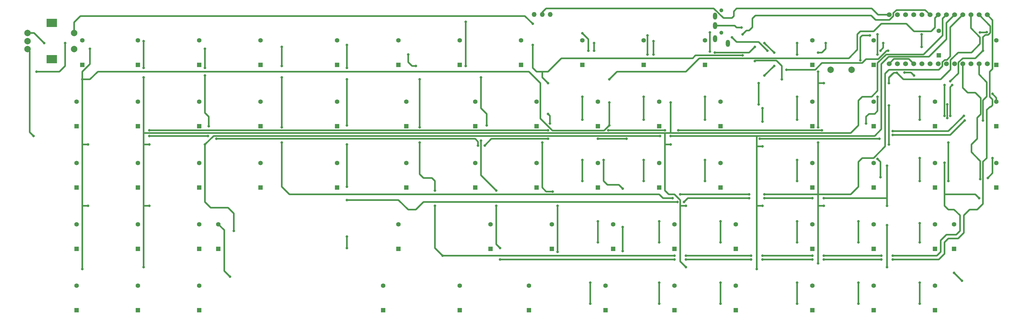
<source format=gtl>
G04 #@! TF.GenerationSoftware,KiCad,Pcbnew,(6.0.0)*
G04 #@! TF.CreationDate,2022-01-02T20:35:14+09:00*
G04 #@! TF.ProjectId,TwENkey,5477454e-6b65-4792-9e6b-696361645f70,rev?*
G04 #@! TF.SameCoordinates,Original*
G04 #@! TF.FileFunction,Copper,L1,Top*
G04 #@! TF.FilePolarity,Positive*
%FSLAX46Y46*%
G04 Gerber Fmt 4.6, Leading zero omitted, Abs format (unit mm)*
G04 Created by KiCad (PCBNEW (6.0.0)) date 2022-01-02 20:35:14*
%MOMM*%
%LPD*%
G01*
G04 APERTURE LIST*
G04 #@! TA.AperFunction,ComponentPad*
%ADD10O,1.300000X2.200000*%
G04 #@! TD*
G04 #@! TA.AperFunction,WasherPad*
%ADD11C,1.210000*%
G04 #@! TD*
G04 #@! TA.AperFunction,ComponentPad*
%ADD12C,2.000000*%
G04 #@! TD*
G04 #@! TA.AperFunction,ComponentPad*
%ADD13R,3.200000X2.500000*%
G04 #@! TD*
G04 #@! TA.AperFunction,ComponentPad*
%ADD14R,1.397000X1.397000*%
G04 #@! TD*
G04 #@! TA.AperFunction,ComponentPad*
%ADD15C,1.397000*%
G04 #@! TD*
G04 #@! TA.AperFunction,ComponentPad*
%ADD16C,1.524000*%
G04 #@! TD*
G04 #@! TA.AperFunction,ComponentPad*
%ADD17O,1.500000X1.500000*%
G04 #@! TD*
G04 #@! TA.AperFunction,ViaPad*
%ADD18C,0.800000*%
G04 #@! TD*
G04 #@! TA.AperFunction,Conductor*
%ADD19C,0.500000*%
G04 #@! TD*
G04 APERTURE END LIST*
D10*
X234636520Y-23814824D03*
X234636520Y-20814824D03*
X238636520Y-29314824D03*
X234636520Y-27814824D03*
D11*
X236636520Y-19014824D03*
X236636520Y-26014824D03*
D12*
X21075000Y-26075000D03*
X21075000Y-31075000D03*
X21075000Y-28575000D03*
D13*
X28575000Y-22975000D03*
X28575000Y-34175000D03*
D12*
X35575000Y-31075000D03*
X35575000Y-26075000D03*
D14*
X308967447Y-93106950D03*
D15*
X308967447Y-85486950D03*
D14*
X183951717Y-93106950D03*
D15*
X183951717Y-85486950D03*
D14*
X200620481Y-112156966D03*
D15*
X200620481Y-104536966D03*
D14*
X138707929Y-74056934D03*
D15*
X138707929Y-66436934D03*
D14*
X222051749Y-112156966D03*
D15*
X222051749Y-104536966D03*
D12*
X270593980Y-37504719D03*
X277093980Y-37504719D03*
D14*
X303014317Y-93106950D03*
D15*
X303014317Y-85486950D03*
D14*
X303014317Y-74056934D03*
D15*
X303014317Y-66436934D03*
D14*
X193476725Y-35956902D03*
D15*
X193476725Y-28336902D03*
D14*
X236339261Y-74056934D03*
D15*
X236339261Y-66436934D03*
D14*
X93464141Y-74056934D03*
D15*
X93464141Y-66436934D03*
D14*
X264914285Y-74056934D03*
D15*
X264914285Y-66436934D03*
D14*
X74414125Y-55006918D03*
D15*
X74414125Y-47386918D03*
D14*
X264914285Y-112156966D03*
D15*
X264914285Y-104536966D03*
D14*
X93464141Y-55006918D03*
D15*
X93464141Y-47386918D03*
D14*
X55364109Y-93106950D03*
D15*
X55364109Y-85486950D03*
D14*
X179189213Y-74056934D03*
D15*
X179189213Y-66436934D03*
D14*
X283964301Y-35956902D03*
D15*
X283964301Y-28336902D03*
D14*
X231576757Y-35956902D03*
D15*
X231576757Y-28336902D03*
D14*
X198239229Y-74056934D03*
D15*
X198239229Y-66436934D03*
D14*
X303014317Y-55006918D03*
D15*
X303014317Y-47386918D03*
D14*
X212526741Y-35956902D03*
D15*
X212526741Y-28336902D03*
D14*
X160139197Y-74056934D03*
D15*
X160139197Y-66436934D03*
D14*
X236339261Y-55006918D03*
D15*
X236339261Y-47386918D03*
D14*
X55364109Y-74056934D03*
D15*
X55364109Y-66436934D03*
D14*
X80367255Y-93106950D03*
D15*
X80367255Y-85486950D03*
D14*
X136326677Y-93106950D03*
D15*
X136326677Y-85486950D03*
D16*
X288750630Y-35636111D03*
X288750630Y-20416111D03*
X291290630Y-20416111D03*
X293830630Y-20416111D03*
X296370630Y-20416111D03*
X298910630Y-20416111D03*
X301450630Y-20416111D03*
X303990630Y-20416111D03*
X306530630Y-20416111D03*
X309070630Y-20416111D03*
X311610630Y-20416111D03*
X314150630Y-20416111D03*
X316690630Y-20416111D03*
X319230630Y-20416111D03*
X319230630Y-35636111D03*
X316690630Y-35636111D03*
X314150630Y-35636111D03*
X311610630Y-35636111D03*
X309070630Y-35636111D03*
X306530630Y-35636111D03*
X303990630Y-35636111D03*
X301450630Y-35636111D03*
X298910630Y-35636111D03*
X296370630Y-35636111D03*
X293830630Y-35636111D03*
X291290630Y-35636111D03*
D14*
X304204943Y-32980337D03*
D15*
X304204943Y-25360337D03*
D14*
X74414125Y-35956902D03*
D15*
X74414125Y-28336902D03*
D14*
X241101765Y-112156966D03*
D15*
X241101765Y-104536966D03*
D14*
X303014317Y-112156966D03*
D15*
X303014317Y-104536966D03*
X36314093Y-47386918D03*
D14*
X36314093Y-55006918D03*
X264914285Y-55006918D03*
D15*
X264914285Y-47386918D03*
D14*
X322064333Y-35956902D03*
D15*
X322064333Y-28336902D03*
D14*
X322064333Y-55006918D03*
D15*
X322064333Y-47386918D03*
D14*
X283964301Y-74056934D03*
D15*
X283964301Y-66436934D03*
D14*
X138707929Y-55006918D03*
D15*
X138707929Y-47386918D03*
D14*
X155376693Y-35956902D03*
D15*
X155376693Y-28336902D03*
D14*
X117276661Y-74056934D03*
D15*
X117276661Y-66436934D03*
D14*
X217289245Y-55006918D03*
D15*
X217289245Y-47386918D03*
D14*
X164901701Y-93106950D03*
D15*
X164901701Y-85486950D03*
D14*
X264914285Y-93106950D03*
D15*
X264914285Y-85486950D03*
D14*
X117276661Y-35956902D03*
D15*
X117276661Y-28336902D03*
D14*
X74414125Y-74056934D03*
D15*
X74414125Y-66436934D03*
X38100032Y-28336902D03*
D14*
X38100032Y-35956902D03*
D15*
X36314093Y-66436934D03*
D14*
X36314093Y-74056934D03*
X217289245Y-74056934D03*
D15*
X217289245Y-66436934D03*
D14*
X283964301Y-112156966D03*
D15*
X283964301Y-104536966D03*
D14*
X283964301Y-55006918D03*
D15*
X283964301Y-47386918D03*
D14*
X74414125Y-112156966D03*
D15*
X74414125Y-104536966D03*
D14*
X160139197Y-55006918D03*
D15*
X160139197Y-47386918D03*
D14*
X55364109Y-112156966D03*
D15*
X55364109Y-104536966D03*
D14*
X241101765Y-93106950D03*
D15*
X241101765Y-85486950D03*
D14*
X203001733Y-93106950D03*
D15*
X203001733Y-85486950D03*
D14*
X322064333Y-74056934D03*
D15*
X322064333Y-66436934D03*
D14*
X93464141Y-35956902D03*
D15*
X93464141Y-28336902D03*
D14*
X198239229Y-55006918D03*
D15*
X198239229Y-47386918D03*
D14*
X174426709Y-35956902D03*
D15*
X174426709Y-28336902D03*
D14*
X55364109Y-55006918D03*
D15*
X55364109Y-47386918D03*
D14*
X179189213Y-55006918D03*
D15*
X179189213Y-47386918D03*
D14*
X74414125Y-93106950D03*
D15*
X74414125Y-85486950D03*
D17*
X180975152Y-20290642D03*
X183475152Y-20290642D03*
X178475152Y-20290642D03*
D14*
X136326677Y-35956902D03*
D15*
X136326677Y-28336902D03*
D14*
X55364109Y-35956902D03*
D15*
X55364109Y-28336902D03*
D14*
X264914285Y-35956902D03*
D15*
X264914285Y-28336902D03*
D14*
X131564173Y-112156966D03*
D15*
X131564173Y-104536966D03*
X36314093Y-85486950D03*
D14*
X36314093Y-93106950D03*
X222051749Y-93106950D03*
D15*
X222051749Y-85486950D03*
D14*
X283964301Y-93106950D03*
D15*
X283964301Y-85486950D03*
X36314093Y-104536966D03*
D14*
X36314093Y-112156966D03*
X117276661Y-55006918D03*
D15*
X117276661Y-47386918D03*
D14*
X176807961Y-112156966D03*
D15*
X176807961Y-104536966D03*
D14*
X155376693Y-112156966D03*
D15*
X155376693Y-104536966D03*
D18*
X239910736Y-27384352D03*
X243184952Y-26491384D03*
X243184952Y-33039816D03*
X233064648Y-31849192D03*
X233064648Y-25896072D03*
X250924008Y-31551536D03*
X256877128Y-37504656D03*
X266699776Y-38099968D03*
X286047416Y-31551536D03*
X288428664Y-31551536D03*
X234553322Y-32146902D03*
X319081856Y-25791002D03*
X317003640Y-25896072D03*
X247054895Y-30360963D03*
X320829700Y-44946056D03*
X305990882Y-42267223D03*
X305990882Y-51792231D03*
X307181508Y-60126613D03*
X307776821Y-51792231D03*
X308372134Y-42267223D03*
X307181508Y-72032873D03*
X317047642Y-71437560D03*
X83939133Y-101798523D03*
X193476725Y-26193772D03*
X195262664Y-31551589D03*
X193476725Y-52982857D03*
X193476725Y-45839101D03*
X193476725Y-72032873D03*
X193476725Y-65484430D03*
X198239229Y-84534446D03*
X198239229Y-91082889D03*
X195857977Y-110132905D03*
X195857977Y-103584462D03*
X213717367Y-26789085D03*
X213717367Y-32742215D03*
X212526741Y-45839101D03*
X212526741Y-52982857D03*
X212526741Y-72032873D03*
X212526741Y-65484430D03*
X217289245Y-84534446D03*
X217288880Y-91082736D03*
X217289245Y-103584462D03*
X217289245Y-110132905D03*
X231576757Y-52982857D03*
X231576757Y-45839101D03*
X231576757Y-65484430D03*
X231576757Y-72032873D03*
X236338864Y-91082736D03*
X236339261Y-84534446D03*
X236338864Y-110132720D03*
X236339261Y-103584462D03*
X260151781Y-29170337D03*
X260151344Y-32742160D03*
X260151781Y-45839101D03*
X260151781Y-52982857D03*
X260151781Y-65484430D03*
X260151781Y-72032873D03*
X260151344Y-91082736D03*
X260151781Y-84534446D03*
X260151344Y-110132720D03*
X260151781Y-103584462D03*
X282773200Y-26789040D03*
X279796640Y-34528096D03*
X285154448Y-45839024D03*
X281582576Y-54173392D03*
X285154448Y-65186664D03*
X286047416Y-70842128D03*
X279201328Y-91082736D03*
X279201797Y-84534446D03*
X279201328Y-110132720D03*
X279201797Y-103584462D03*
X298841248Y-26486008D03*
X298846624Y-30360912D03*
X298251813Y-45839101D03*
X298251813Y-52982857D03*
X298251813Y-72032873D03*
X298251813Y-64889117D03*
X298251312Y-91082736D03*
X298251813Y-85129759D03*
X298251813Y-103584462D03*
X298251312Y-110132720D03*
X319384888Y-71139784D03*
X320873168Y-64889008D03*
X311354074Y-102994524D03*
X308967447Y-100607897D03*
X248245521Y-48220353D03*
X248245521Y-41671910D03*
X242887704Y-24407833D03*
X296465874Y-39290658D03*
X255389277Y-40481284D03*
X247054895Y-34782341D03*
X293489309Y-38354219D03*
X267890850Y-56300548D03*
X311944012Y-51792231D03*
X201518825Y-56262453D03*
X26193772Y-29170337D03*
X289917431Y-56554735D03*
X223242375Y-56300548D03*
X219075184Y-56300548D03*
X58935987Y-56300548D03*
X182761091Y-56300548D03*
X312241144Y-53280424D03*
X161031896Y-61019480D03*
X77092904Y-58042920D03*
X163115488Y-61019480D03*
X207169023Y-58935888D03*
X198239328Y-58935888D03*
X317896608Y-53280424D03*
X248542760Y-58935888D03*
X289917431Y-57745361D03*
X79771808Y-58935888D03*
X22919512Y-58042920D03*
X182760784Y-58935888D03*
X58935888Y-58042920D03*
X285750240Y-58935987D03*
X182761091Y-51196918D03*
X184249064Y-75306968D03*
X183356404Y-54173483D03*
X23812520Y-38100032D03*
X32742215Y-29170337D03*
X177998587Y-23217207D03*
X177998587Y-29765650D03*
X182761091Y-41671910D03*
X185737656Y-79771942D03*
X185737656Y-94059454D03*
X180975152Y-60126613D03*
X201811107Y-40481284D03*
X38100032Y-99417271D03*
X205978298Y-74414125D03*
X205977952Y-93761640D03*
X205978298Y-86320385D03*
X40481284Y-30956276D03*
X197048603Y-31551589D03*
X201811107Y-47625040D03*
X197048603Y-29170337D03*
X201811107Y-54768796D03*
X200025168Y-65484430D03*
X38100032Y-40481284D03*
X39885971Y-79771942D03*
X39885971Y-60721926D03*
X57150048Y-98821958D03*
X225623627Y-98821958D03*
X57150048Y-36909406D03*
X57150048Y-28575024D03*
X58935987Y-79771942D03*
X225623627Y-79771942D03*
X220861123Y-47625040D03*
X57150048Y-39885971D03*
X215503306Y-28575024D03*
X220861123Y-60721926D03*
X215503306Y-32742215D03*
X58935987Y-60721926D03*
X250031460Y-39290658D03*
X249436147Y-79771942D03*
X76200064Y-60721926D03*
X76200064Y-30956276D03*
X249436147Y-53578170D03*
X77390560Y-55066360D03*
X85129759Y-87511011D03*
X249436147Y-49410979D03*
X249436147Y-61317239D03*
X76200064Y-36909406D03*
X247650208Y-99417271D03*
X220860752Y-58042920D03*
X253008025Y-32146902D03*
X217586536Y-58042920D03*
X253008025Y-36314093D03*
X250031460Y-29170337D03*
X76200064Y-39290658D03*
X245268956Y-76200064D03*
X100012584Y-39885971D03*
X266700224Y-60126613D03*
X266700224Y-97631332D03*
X100012584Y-60126613D03*
X100012584Y-36314093D03*
X250031460Y-76200064D03*
X269081476Y-29170337D03*
X268486163Y-41671910D03*
X100012584Y-55364109D03*
X268486163Y-79771942D03*
X223837688Y-76200064D03*
X266700224Y-32146902D03*
X221456436Y-77390690D03*
X100012584Y-30360963D03*
X266700224Y-55364109D03*
X222988188Y-78581316D03*
X286940866Y-29170337D03*
X120253226Y-89296950D03*
X245268956Y-77390690D03*
X120253226Y-60721926D03*
X120253226Y-40481284D03*
X120253226Y-36909406D03*
X264914285Y-77390690D03*
X120253226Y-54768796D03*
X288131492Y-85725072D03*
X288726805Y-41671910D03*
X291108057Y-38441158D03*
X288726805Y-48572418D03*
X288726805Y-60721926D03*
X250031460Y-77390690D03*
X225028314Y-78581316D03*
X288131492Y-79771942D03*
X120253226Y-29765650D03*
X268486163Y-77390690D03*
X120253226Y-92868828D03*
X288131492Y-98821958D03*
X120253226Y-77986003D03*
X120253226Y-73818812D03*
X288131492Y-67270369D03*
X147637624Y-79771942D03*
X139303242Y-32742215D03*
X306840382Y-48220353D03*
X286345553Y-95250080D03*
X289917431Y-95250080D03*
X245864269Y-95250080D03*
X142875120Y-40481284D03*
X305990368Y-66377288D03*
X317905479Y-31551589D03*
X150018876Y-95250080D03*
X249436147Y-95250080D03*
X142875120Y-55364109D03*
X316706516Y-77390690D03*
X225623627Y-95250080D03*
X147637376Y-75009312D03*
X142875120Y-60126613D03*
X306840382Y-52498987D03*
X307776821Y-41076597D03*
X268486163Y-95250080D03*
X141684494Y-36314093D03*
X264914285Y-95250080D03*
X222051749Y-95250080D03*
X245864269Y-96440706D03*
X166687640Y-75009438D03*
X167878266Y-96440706D03*
X161925136Y-59531300D03*
X157162368Y-36314032D03*
X225623627Y-96440706D03*
X166687640Y-79771942D03*
X289917431Y-96440706D03*
X264914285Y-96440706D03*
X222051749Y-96440706D03*
X249436147Y-96440706D03*
X163710800Y-54768704D03*
X157162632Y-22621894D03*
X268486163Y-96440706D03*
X286345553Y-96440706D03*
X167878266Y-92868828D03*
X161925136Y-39885971D03*
X285154448Y-26491384D03*
X285154448Y-32742160D03*
D19*
X237257884Y-21431232D02*
X239910736Y-21431232D01*
X234281355Y-18454703D02*
X237257884Y-21431232D01*
X180975152Y-19645329D02*
X180975152Y-20290642D01*
X182165778Y-18454703D02*
X180975152Y-19645329D01*
X234281355Y-18454703D02*
X182165778Y-18454703D01*
X240506048Y-20835920D02*
X239910736Y-21431232D01*
X240506048Y-19347640D02*
X240506048Y-20835920D01*
X241398985Y-18454703D02*
X240506048Y-19347640D01*
X283368988Y-18454703D02*
X241398985Y-18454703D01*
X285330396Y-20416111D02*
X283368988Y-18454703D01*
X288750630Y-20416111D02*
X285330396Y-20416111D01*
X241399016Y-28872632D02*
X239910736Y-27384352D01*
X248245104Y-28872632D02*
X241399016Y-28872632D01*
X246310565Y-24258739D02*
X246310565Y-21580285D01*
X245268544Y-25300760D02*
X246310565Y-24258739D01*
X244375576Y-25300760D02*
X245268544Y-25300760D01*
X227706783Y-33932841D02*
X228599808Y-33039816D01*
X247228809Y-20662041D02*
X246310565Y-21580285D01*
X228599808Y-33039816D02*
X243184952Y-33039816D01*
X243184952Y-26491384D02*
X244375576Y-25300760D01*
X226218940Y-33932841D02*
X227706783Y-33932841D01*
X233064648Y-25896072D02*
X233064648Y-31849192D01*
X240801360Y-23814824D02*
X234636520Y-23814824D01*
X240803704Y-23812480D02*
X240801360Y-23814824D01*
X241399057Y-24407833D02*
X240803704Y-23812480D01*
X242887704Y-24407833D02*
X241399057Y-24407833D01*
X250924008Y-31551536D02*
X248245104Y-28872632D01*
X265806808Y-37504656D02*
X256877128Y-37504656D01*
X267890400Y-35421064D02*
X265806808Y-37504656D01*
X280391952Y-35421064D02*
X267890400Y-35421064D01*
X266699776Y-41671462D02*
X266700224Y-41671910D01*
X266699776Y-38099968D02*
X266699776Y-41671462D01*
X281582576Y-34230440D02*
X280391952Y-35421064D01*
X285355912Y-34230440D02*
X281582576Y-34230440D01*
X288034816Y-31551536D02*
X285355912Y-34230440D01*
X288428664Y-31551536D02*
X288034816Y-31551536D01*
X286940866Y-30658086D02*
X286047416Y-31551536D01*
X286940866Y-29170337D02*
X286940866Y-30658086D01*
X287833407Y-32742215D02*
X287833407Y-32743063D01*
X285154927Y-35421543D02*
X285154927Y-44053162D01*
X287833407Y-32743063D02*
X285154927Y-35421543D01*
X299442439Y-32742215D02*
X287833407Y-32742215D01*
X290245486Y-34141255D02*
X294875774Y-34141255D01*
X294875774Y-34141255D02*
X296370630Y-35636111D01*
X288750630Y-35636111D02*
X290245486Y-34141255D01*
X318976786Y-25896072D02*
X319081856Y-25791002D01*
X247054895Y-30360963D02*
X245268956Y-32146902D01*
X245268956Y-32146902D02*
X234553322Y-32146902D01*
X317003640Y-25896072D02*
X318976786Y-25896072D01*
X322064333Y-46180689D02*
X320829700Y-44946056D01*
X322064333Y-47386918D02*
X322064333Y-46180689D01*
X305990882Y-42267223D02*
X305990882Y-51792231D01*
X307181508Y-60126613D02*
X307181508Y-72032873D01*
X307745479Y-42893878D02*
X307745479Y-51760889D01*
X308372134Y-42267223D02*
X307745479Y-42893878D01*
X307745479Y-51760889D02*
X307776821Y-51792231D01*
X314325264Y-60721926D02*
X314325264Y-63103178D01*
X317197088Y-51301659D02*
X316111203Y-52387544D01*
X314325264Y-63103178D02*
X316706516Y-65484430D01*
X316111203Y-52387544D02*
X316111203Y-58935987D01*
X317197088Y-46329673D02*
X317197088Y-51301659D01*
X316111203Y-58935987D02*
X314325264Y-60721926D01*
X317047642Y-65825556D02*
X317047642Y-71437560D01*
X311610630Y-35636111D02*
X311610630Y-43124467D01*
X316706516Y-65484430D02*
X317047642Y-65825556D01*
X313134638Y-44648475D02*
X315515890Y-44648475D01*
X311610630Y-43124467D02*
X313134638Y-44648475D01*
X315515890Y-44648475D02*
X317197088Y-46329673D01*
X80367255Y-85486950D02*
X82153194Y-87272889D01*
X82153194Y-100012584D02*
X83939133Y-101798523D01*
X82153194Y-87272889D02*
X82153194Y-100012584D01*
X195262664Y-27979711D02*
X193476725Y-26193772D01*
X195262664Y-31551589D02*
X195262664Y-27979711D01*
X193476725Y-45839101D02*
X193476725Y-52982857D01*
X193476725Y-65484430D02*
X193476725Y-72032873D01*
X198239229Y-84534446D02*
X198239229Y-91082889D01*
X195857977Y-103584462D02*
X195857977Y-110132905D01*
X213717367Y-32742215D02*
X213717367Y-26789085D01*
X212526741Y-45839101D02*
X212526741Y-52982857D01*
X212526741Y-65484430D02*
X212526741Y-72032873D01*
X217289245Y-91082371D02*
X217288880Y-91082736D01*
X217289245Y-84534446D02*
X217289245Y-91082371D01*
X217289245Y-110132905D02*
X217289245Y-103584462D01*
X231576757Y-45839101D02*
X231576757Y-52982857D01*
X231576757Y-65484430D02*
X231576757Y-72032873D01*
X236338864Y-91082736D02*
X236338864Y-84534843D01*
X236338864Y-84534843D02*
X236339261Y-84534446D01*
X236339261Y-110132323D02*
X236338864Y-110132720D01*
X236339261Y-103584462D02*
X236339261Y-110132323D01*
X260151781Y-29170337D02*
X260151781Y-32741723D01*
X260151781Y-32741723D02*
X260151344Y-32742160D01*
X260151781Y-45839101D02*
X260151781Y-52982857D01*
X260151781Y-65484430D02*
X260151781Y-72032873D01*
X260151781Y-91082299D02*
X260151344Y-91082736D01*
X260151781Y-84534446D02*
X260151781Y-91082299D01*
X260151781Y-103584462D02*
X260151781Y-110132283D01*
X260151781Y-110132283D02*
X260151344Y-110132720D01*
X279796640Y-27384442D02*
X279796640Y-34528096D01*
X280392042Y-26789040D02*
X282773200Y-26789040D01*
X280391997Y-26789085D02*
X279796640Y-27384442D01*
X280391997Y-26789085D02*
X280392042Y-26789040D01*
X285154927Y-45839503D02*
X285154448Y-45839024D01*
X285154927Y-50303385D02*
X284261480Y-51196832D01*
X285154927Y-48572418D02*
X285154927Y-50303385D01*
X282475544Y-51196832D02*
X281582576Y-52089800D01*
X281582576Y-52089800D02*
X281582576Y-54173392D01*
X285154927Y-48572418D02*
X285154927Y-45839503D01*
X284261480Y-51196832D02*
X282475544Y-51196832D01*
X286047416Y-66079632D02*
X285154448Y-65186664D01*
X286047416Y-70842128D02*
X286047416Y-66079632D01*
X279201797Y-85742441D02*
X279201328Y-85742910D01*
X279201328Y-85742910D02*
X279201328Y-91082736D01*
X279201797Y-84534446D02*
X279201797Y-85742441D01*
X279201797Y-110132251D02*
X279201328Y-110132720D01*
X279201797Y-103584462D02*
X279201797Y-110132251D01*
X298846624Y-26491384D02*
X298841248Y-26486008D01*
X298846624Y-30360912D02*
X298846624Y-26491384D01*
X298251813Y-45839101D02*
X298251813Y-52982857D01*
X298251813Y-64889117D02*
X298251813Y-72032873D01*
X298251813Y-91082235D02*
X298251312Y-91082736D01*
X298251813Y-85129759D02*
X298251813Y-91082235D01*
X298251813Y-110132219D02*
X298251312Y-110132720D01*
X298251813Y-103584462D02*
X298251813Y-110132219D01*
X320873168Y-64889008D02*
X320904521Y-64920361D01*
X320904521Y-64920361D02*
X320904521Y-69620151D01*
X320904521Y-69620151D02*
X319384888Y-71139784D01*
X308967447Y-100607897D02*
X311354074Y-102994524D01*
X248245521Y-48220353D02*
X248245521Y-41671910D01*
X293489309Y-38354219D02*
X295529435Y-38354219D01*
X255389277Y-37504719D02*
X255389277Y-36314093D01*
X255389277Y-36314093D02*
X253707545Y-34632361D01*
X295529435Y-38354219D02*
X296465874Y-39290658D01*
X255389277Y-40481284D02*
X255389277Y-37504719D01*
X247204875Y-34632361D02*
X247054895Y-34782341D01*
X253707545Y-34632361D02*
X247204875Y-34632361D01*
X219075184Y-56300548D02*
X201556920Y-56300548D01*
X201556920Y-56300548D02*
X201518825Y-56262453D01*
X267890850Y-56300548D02*
X223242375Y-56300548D01*
X182761091Y-56300548D02*
X58935987Y-56300548D01*
X307181508Y-56554735D02*
X289917431Y-56554735D01*
X311944012Y-51792231D02*
X307181508Y-56554735D01*
X23098435Y-26075000D02*
X26193772Y-29170337D01*
X21075000Y-26075000D02*
X23098435Y-26075000D01*
X157460024Y-58935888D02*
X79771808Y-58935888D01*
X207169023Y-58935888D02*
X198239328Y-58935888D01*
X182760784Y-58935888D02*
X165496736Y-58935888D01*
X316690630Y-38977582D02*
X319087232Y-41374184D01*
X21728888Y-56852296D02*
X21728888Y-31728888D01*
X161031896Y-59828856D02*
X160138928Y-58935888D01*
X165496736Y-58935888D02*
X165199080Y-58935888D01*
X312241144Y-53280424D02*
X307776304Y-57745264D01*
X319087232Y-41374184D02*
X319087232Y-45822124D01*
X160138928Y-58935888D02*
X157460024Y-58935888D01*
X165199080Y-58935888D02*
X163115488Y-61019480D01*
X289917528Y-57745264D02*
X289917431Y-57745361D01*
X316690630Y-35636111D02*
X316690630Y-38977582D01*
X22919512Y-58042920D02*
X21728888Y-56852296D01*
X161031896Y-61019480D02*
X161031896Y-59828856D01*
X317896608Y-47012748D02*
X317896608Y-53280424D01*
X307776304Y-57745264D02*
X289917528Y-57745264D01*
X248542859Y-58935987D02*
X248542760Y-58935888D01*
X285750240Y-58935987D02*
X248542859Y-58935987D01*
X319087232Y-45822124D02*
X317896608Y-47012748D01*
X21728888Y-31728888D02*
X21075000Y-31075000D01*
X77092904Y-58042920D02*
X75604624Y-58042920D01*
X75604624Y-58042920D02*
X58935888Y-58042920D01*
X177998587Y-36909406D02*
X177998587Y-29765650D01*
X37504719Y-20835955D02*
X35575000Y-22765674D01*
X177998587Y-23217207D02*
X175617335Y-20835955D01*
X32742215Y-36313977D02*
X32742215Y-29170337D01*
X299989119Y-18954600D02*
X291038805Y-18954600D01*
X226218940Y-33932841D02*
X186928282Y-33932841D01*
X179189213Y-38100032D02*
X180975152Y-38100032D01*
X30956160Y-38100032D02*
X23812520Y-38100032D01*
X182761091Y-51196918D02*
X183356404Y-51792231D01*
X180975152Y-60126613D02*
X180975152Y-74116040D01*
X35575000Y-22765674D02*
X35575000Y-26075000D01*
X179189213Y-38100032D02*
X177998587Y-36909406D01*
X284559614Y-22026581D02*
X283195074Y-20662041D01*
X291038805Y-18954600D02*
X290079119Y-19914286D01*
X290079119Y-19914286D02*
X290079119Y-20800958D01*
X32742215Y-36313977D02*
X30956160Y-38100032D01*
X180975152Y-39885971D02*
X182761091Y-41671910D01*
X186928282Y-33932841D02*
X182761091Y-38100032D01*
X175617335Y-20835955D02*
X37504719Y-20835955D01*
X290079119Y-20800958D02*
X288853496Y-22026581D01*
X182166080Y-75306968D02*
X180975152Y-74116040D01*
X301450630Y-20416111D02*
X299989119Y-18954600D01*
X288853496Y-22026581D02*
X284559614Y-22026581D01*
X183356404Y-51792231D02*
X183356404Y-54173483D01*
X283195074Y-20662041D02*
X247228809Y-20662041D01*
X182761091Y-38100032D02*
X180975152Y-38100032D01*
X180975152Y-39885971D02*
X180975152Y-38100032D01*
X184249064Y-75306968D02*
X182166080Y-75306968D01*
X185737656Y-79771942D02*
X185737656Y-94059454D01*
X200025168Y-65484430D02*
X200025168Y-72032873D01*
X204192359Y-73223499D02*
X204787672Y-73223499D01*
X303990630Y-20416111D02*
X303014317Y-21392424D01*
X201811107Y-47625040D02*
X201811107Y-54768796D01*
X279796597Y-25598459D02*
X278903933Y-26491123D01*
X205977952Y-86320731D02*
X205978298Y-86320385D01*
X229790818Y-33932841D02*
X225623627Y-38100032D01*
X184101523Y-56404929D02*
X180379839Y-52683245D01*
X303014317Y-24407833D02*
X301823962Y-25598188D01*
X301823962Y-25598188D02*
X296465604Y-25598188D01*
X201811107Y-54768796D02*
X200174974Y-56404929D01*
X296465604Y-25598188D02*
X294084622Y-23217207D01*
X40481284Y-30956276D02*
X40481284Y-35718780D01*
X38100032Y-40481284D02*
X38100032Y-60721926D01*
X200025168Y-72032873D02*
X201215794Y-73223499D01*
X286345553Y-23217207D02*
X283964301Y-25598459D01*
X201215794Y-73223499D02*
X204192359Y-73223499D01*
X197048603Y-31551589D02*
X197048603Y-29170337D01*
X278903933Y-31254141D02*
X276225232Y-33932841D01*
X204787672Y-73223499D02*
X205978298Y-74414125D01*
X204192359Y-38100032D02*
X201811107Y-40481284D01*
X42862536Y-38100032D02*
X40481284Y-40481284D01*
X38100032Y-79771942D02*
X39885971Y-79771942D01*
X294084622Y-23217207D02*
X286345553Y-23217207D01*
X205977952Y-93761640D02*
X205977952Y-86320731D01*
X38100032Y-79771942D02*
X38100032Y-99417271D01*
X180379839Y-41671910D02*
X176807961Y-38100032D01*
X38100032Y-38100032D02*
X38100032Y-40481284D01*
X176807961Y-38100032D02*
X42862536Y-38100032D01*
X180379839Y-52683245D02*
X180379839Y-41671910D01*
X303014317Y-21392424D02*
X303014317Y-24407833D01*
X200174974Y-56404929D02*
X184101523Y-56404929D01*
X278903933Y-26491123D02*
X278903933Y-31254141D01*
X283964301Y-25598459D02*
X279796597Y-25598459D01*
X38100032Y-60721926D02*
X38100032Y-79771942D01*
X40481284Y-40481284D02*
X38100032Y-40481284D01*
X40481284Y-35718780D02*
X38100032Y-38100032D01*
X225623627Y-38100032D02*
X204192359Y-38100032D01*
X276225232Y-33932841D02*
X229790818Y-33932841D01*
X38100032Y-60721926D02*
X39885971Y-60721926D01*
X219075184Y-57150048D02*
X57150048Y-57150048D01*
X57150048Y-79771942D02*
X58935987Y-79771942D01*
X279201797Y-47029727D02*
X279201797Y-54768796D01*
X276820545Y-57150048D02*
X220861123Y-57150048D01*
X283368988Y-45839101D02*
X280392423Y-45839101D01*
X305395569Y-21551172D02*
X305395569Y-26789085D01*
X57150048Y-60721926D02*
X58935987Y-60721926D01*
X57150048Y-57150048D02*
X57150048Y-39885971D01*
X223837688Y-77986003D02*
X223837688Y-79771942D01*
X222051749Y-76200064D02*
X223837688Y-77986003D01*
X219075184Y-74414125D02*
X219075184Y-75009438D01*
X305395569Y-26789085D02*
X299442439Y-32742215D01*
X219075184Y-60721926D02*
X219075184Y-74414125D01*
X219075184Y-60721926D02*
X220861123Y-60721926D01*
X57150048Y-28575024D02*
X57150048Y-36909406D01*
X57150048Y-57150048D02*
X57150048Y-60721926D01*
X57150048Y-79771942D02*
X57150048Y-98821958D01*
X215503306Y-32742215D02*
X215503306Y-28575024D01*
X223837688Y-79771942D02*
X225623627Y-79771942D01*
X219075184Y-75009438D02*
X220265810Y-76200064D01*
X285154927Y-44053162D02*
X283368988Y-45839101D01*
X223837688Y-79771942D02*
X223837688Y-97036019D01*
X223837688Y-97036019D02*
X225623627Y-98821958D01*
X219075184Y-57150048D02*
X219075184Y-60721926D01*
X220861123Y-57150048D02*
X219075184Y-57150048D01*
X57150048Y-60721926D02*
X57150048Y-79771942D01*
X220861123Y-57150048D02*
X220861123Y-47625040D01*
X306530630Y-20416111D02*
X305395569Y-21551172D01*
X279201797Y-54768796D02*
X276820545Y-57150048D01*
X280392423Y-45839101D02*
X279201797Y-47029727D01*
X220265810Y-76200064D02*
X222051749Y-76200064D01*
X288622598Y-33441735D02*
X301124171Y-33441735D01*
X249436147Y-53578170D02*
X249436147Y-49410979D01*
X247650208Y-61317239D02*
X247650208Y-79771942D01*
X77986003Y-80367255D02*
X83343820Y-80367255D01*
X76200064Y-78581316D02*
X76200064Y-60721926D01*
X306586195Y-22900546D02*
X309070630Y-20416111D01*
X76200064Y-36909406D02*
X76200064Y-30956276D01*
X247650208Y-58043336D02*
X247649792Y-58042920D01*
X76200064Y-60721696D02*
X78878840Y-58042920D01*
X247650208Y-61317239D02*
X249436147Y-61317239D01*
X217586536Y-58042920D02*
X78878840Y-58042920D01*
X247650208Y-79771942D02*
X247650208Y-99417271D01*
X286345553Y-35718780D02*
X288622598Y-33441735D01*
X76200064Y-60721926D02*
X76200064Y-60721696D01*
X247650208Y-61317239D02*
X247650208Y-58043336D01*
X85129759Y-82153194D02*
X85129759Y-87511011D01*
X301124171Y-33441735D02*
X306586195Y-27979711D01*
X284262055Y-58042920D02*
X247649792Y-58042920D01*
X83343820Y-80367255D02*
X85129759Y-82153194D01*
X77390560Y-52089544D02*
X76200064Y-50899048D01*
X306586195Y-27979711D02*
X306586195Y-22900546D01*
X286345553Y-55959422D02*
X284262055Y-58042920D01*
X250031460Y-39290658D02*
X253008025Y-36314093D01*
X247650208Y-79771942D02*
X249436147Y-79771942D01*
X76200064Y-50899048D02*
X76200064Y-39290658D01*
X286345553Y-55959422D02*
X286345553Y-35718780D01*
X247649792Y-58042920D02*
X220860752Y-58042920D01*
X76200064Y-78581316D02*
X77986003Y-80367255D01*
X253008025Y-32146902D02*
X250031460Y-29170337D01*
X77390560Y-55066360D02*
X77390560Y-52089544D01*
X283964301Y-64889117D02*
X280392423Y-64889117D01*
X267890850Y-32146902D02*
X266700224Y-32146902D01*
X102393836Y-76200064D02*
X100012584Y-73818812D01*
X287536179Y-61317239D02*
X283964301Y-64889117D01*
X279201797Y-73818812D02*
X276820545Y-76200064D01*
X217289245Y-76200064D02*
X102393836Y-76200064D01*
X288726805Y-37504719D02*
X287536179Y-38695345D01*
X100012584Y-55364109D02*
X100012584Y-39885971D01*
X311610630Y-20416111D02*
X307745479Y-24281262D01*
X266700224Y-76200064D02*
X266700224Y-79771942D01*
X269081476Y-29170337D02*
X269081476Y-30956276D01*
X266700224Y-76200064D02*
X250031460Y-76200064D01*
X304204943Y-37504719D02*
X288726805Y-37504719D01*
X280392423Y-64889117D02*
X279201797Y-66079743D01*
X306689749Y-34424600D02*
X306028805Y-34424600D01*
X266700224Y-79771942D02*
X266700224Y-97631332D01*
X245268956Y-76200064D02*
X223837688Y-76200064D01*
X221456436Y-77390690D02*
X218479871Y-77390690D01*
X269081476Y-30956276D02*
X267890850Y-32146902D01*
X307745479Y-33368870D02*
X306689749Y-34424600D01*
X307745479Y-24281262D02*
X307745479Y-33368870D01*
X276820545Y-76200064D02*
X266700224Y-76200064D01*
X279201797Y-66079743D02*
X279201797Y-73818812D01*
X305319119Y-36390543D02*
X304204943Y-37504719D01*
X266700224Y-41671910D02*
X268486163Y-41671910D01*
X218479871Y-77390690D02*
X217289245Y-76200064D01*
X266700224Y-55364109D02*
X266700224Y-41671910D01*
X305319119Y-35134286D02*
X305319119Y-36390543D01*
X306028805Y-34424600D02*
X305319119Y-35134286D01*
X100012584Y-36314093D02*
X100012584Y-30360963D01*
X266700224Y-79771942D02*
X268486163Y-79771942D01*
X266700224Y-76200064D02*
X266700224Y-60126613D01*
X287536179Y-38695345D02*
X287536179Y-61317239D01*
X100012584Y-73818812D02*
X100012584Y-60126613D01*
X289917431Y-38695345D02*
X288726805Y-39885971D01*
X288726805Y-39885971D02*
X288695479Y-39917297D01*
X288131492Y-67270369D02*
X288131492Y-77390690D01*
X288131492Y-77390690D02*
X288131492Y-79771942D01*
X304800256Y-40481284D02*
X293148183Y-40481284D01*
X226218940Y-77390690D02*
X225028314Y-78581316D01*
X307859119Y-34445856D02*
X307859119Y-37422421D01*
X245268956Y-77390690D02*
X226218940Y-77390690D01*
X288131492Y-77390690D02*
X268486163Y-77390690D01*
X288695479Y-41640584D02*
X288726805Y-41671910D01*
X120253226Y-54768796D02*
X120253226Y-40481284D01*
X120253226Y-73818812D02*
X120253226Y-60721926D01*
X307859119Y-37422421D02*
X304800256Y-40481284D01*
X317003640Y-29467944D02*
X314324736Y-32146848D01*
X314150630Y-20416111D02*
X314150630Y-24531342D01*
X120253226Y-89296950D02*
X120253226Y-92868828D01*
X144065746Y-78581316D02*
X141684494Y-80962568D01*
X222988188Y-78581316D02*
X144065746Y-78581316D01*
X291108057Y-38441158D02*
X290171618Y-38441158D01*
X288131492Y-85725072D02*
X288131492Y-98821958D01*
X314324736Y-32146848D02*
X310158127Y-32146848D01*
X139303242Y-80962568D02*
X136326677Y-77986003D01*
X288695479Y-39917297D02*
X288695479Y-41640584D01*
X288726805Y-48572418D02*
X288726805Y-60721926D01*
X317003640Y-27384352D02*
X317003640Y-29467944D01*
X291108057Y-38441158D02*
X293148183Y-40481284D01*
X136326677Y-77986003D02*
X120253226Y-77986003D01*
X141684494Y-80962568D02*
X139303242Y-80962568D01*
X314150630Y-24531342D02*
X317003640Y-27384352D01*
X310158127Y-32146848D02*
X307859119Y-34445856D01*
X264914285Y-77390690D02*
X250031460Y-77390690D01*
X120253226Y-29765650D02*
X120253226Y-36909406D01*
X290171618Y-38441158D02*
X288695479Y-39917297D01*
X315515890Y-76200064D02*
X316706516Y-77390690D01*
X139303242Y-35123467D02*
X140493868Y-36314093D01*
X140493868Y-36314093D02*
X141684494Y-36314093D01*
X304800256Y-94059454D02*
X303609630Y-95250080D01*
X318641038Y-26640502D02*
X319533426Y-26640502D01*
X307776821Y-41076597D02*
X310282141Y-38571277D01*
X305990882Y-76200064D02*
X315515890Y-76200064D01*
X303609630Y-95250080D02*
X289917431Y-95250080D01*
X311600564Y-33932841D02*
X315515890Y-33932841D01*
X304800256Y-90487576D02*
X304800256Y-94059454D01*
X305990882Y-79771942D02*
X307181508Y-80962568D01*
X310753386Y-87511011D02*
X309562760Y-88701637D01*
X146744408Y-71139784D02*
X144065984Y-71139784D01*
X147637376Y-75009312D02*
X147637376Y-72032752D01*
X286345553Y-95250080D02*
X268486163Y-95250080D01*
X139303242Y-35123467D02*
X139303242Y-32742215D01*
X306840382Y-48220353D02*
X306840382Y-52498987D01*
X317905479Y-31543252D02*
X317905479Y-27376061D01*
X309562760Y-88701637D02*
X306586195Y-88701637D01*
X144065984Y-71139784D02*
X142875120Y-69948920D01*
X264914285Y-95250080D02*
X249436147Y-95250080D01*
X310282141Y-38571277D02*
X310282141Y-35251264D01*
X320205001Y-23930482D02*
X316690630Y-20416111D01*
X147637624Y-92868828D02*
X150018876Y-95250080D01*
X305990882Y-66377802D02*
X305990368Y-66377288D01*
X319533426Y-26640502D02*
X320205001Y-25968927D01*
X307181508Y-80962568D02*
X308967447Y-80962568D01*
X222051749Y-95250080D02*
X150018876Y-95250080D01*
X308967447Y-80962568D02*
X310753386Y-82748507D01*
X306586195Y-88701637D02*
X304800256Y-90487576D01*
X315515890Y-33932841D02*
X317905479Y-31543252D01*
X245864269Y-95250080D02*
X225623627Y-95250080D01*
X310753386Y-82748507D02*
X310753386Y-87511011D01*
X317905479Y-27376061D02*
X318641038Y-26640502D01*
X142875120Y-69948920D02*
X142875120Y-60126613D01*
X147637376Y-72032752D02*
X146744408Y-71139784D01*
X320205001Y-25968927D02*
X320205001Y-23930482D01*
X310282141Y-35251264D02*
X311600564Y-33932841D01*
X305990882Y-76200064D02*
X305990882Y-66377802D01*
X147637624Y-92868828D02*
X147637624Y-79771942D01*
X305990882Y-76200064D02*
X305990882Y-79771942D01*
X142875120Y-55364109D02*
X142875120Y-40481284D01*
X157162632Y-22621894D02*
X157162632Y-36313768D01*
X319087768Y-64889117D02*
X319070239Y-64889117D01*
X311944012Y-88106324D02*
X310158073Y-89892263D01*
X166687640Y-75009438D02*
X161925136Y-70246934D01*
X163710800Y-51196832D02*
X161925136Y-49411168D01*
X245864269Y-96440706D02*
X225623627Y-96440706D01*
X320841815Y-37238353D02*
X319980200Y-38099968D01*
X304204943Y-96440706D02*
X289917431Y-96440706D01*
X319070239Y-64889117D02*
X317897142Y-66062214D01*
X320904521Y-46763345D02*
X320904521Y-48486575D01*
X264914285Y-96440706D02*
X249436147Y-96440706D01*
X317897142Y-79176629D02*
X316111203Y-80962568D01*
X157162632Y-36313768D02*
X157162368Y-36314032D01*
X319230630Y-20416111D02*
X320904521Y-22090002D01*
X313729951Y-80962568D02*
X311944012Y-82748507D01*
X161925136Y-49411168D02*
X161925136Y-39885971D01*
X317897142Y-66062214D02*
X317897142Y-79176629D01*
X311944012Y-82748507D02*
X311944012Y-88106324D01*
X319980200Y-38099968D02*
X319980200Y-45839024D01*
X163710800Y-54768704D02*
X163710800Y-51196832D01*
X310158073Y-89892263D02*
X307181508Y-89892263D01*
X305990882Y-94654767D02*
X304204943Y-96440706D01*
X286345553Y-96440706D02*
X268486163Y-96440706D01*
X307181508Y-89892263D02*
X305990882Y-91082889D01*
X166687640Y-91678202D02*
X166687640Y-79771942D01*
X316111203Y-80962568D02*
X313729951Y-80962568D01*
X319980200Y-45839024D02*
X320904521Y-46763345D01*
X161925136Y-70246934D02*
X161925136Y-59531300D01*
X222051749Y-96440706D02*
X167878266Y-96440706D01*
X320904521Y-22090002D02*
X320904521Y-37238353D01*
X320904521Y-48486575D02*
X320388291Y-49002805D01*
X167878266Y-92868828D02*
X166687640Y-91678202D01*
X305990882Y-91082889D02*
X305990882Y-94654767D01*
X320069740Y-49002805D02*
X319087768Y-49984777D01*
X320904521Y-37238353D02*
X320841815Y-37238353D01*
X320388291Y-49002805D02*
X320069740Y-49002805D01*
X319087768Y-49984777D02*
X319087768Y-64889117D01*
X285154448Y-26491384D02*
X285154448Y-32742160D01*
M02*

</source>
